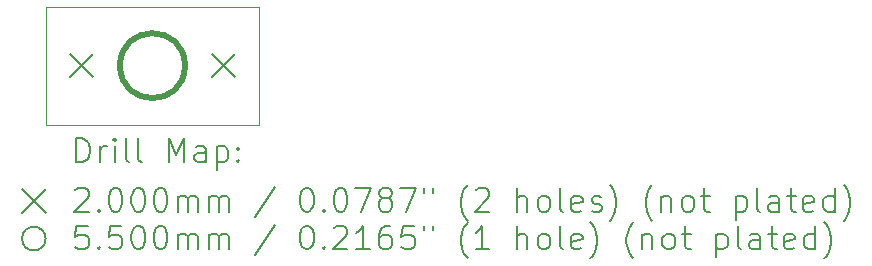
<source format=gbr>
%TF.GenerationSoftware,KiCad,Pcbnew,7.0.6-7.0.6~ubuntu22.04.1*%
%TF.CreationDate,2023-08-02T12:12:06+12:00*%
%TF.ProjectId,TWIST_SWTICH_SPACER_PLATE,54574953-545f-4535-9754-4943485f5350,v1.1*%
%TF.SameCoordinates,Original*%
%TF.FileFunction,Drillmap*%
%TF.FilePolarity,Positive*%
%FSLAX45Y45*%
G04 Gerber Fmt 4.5, Leading zero omitted, Abs format (unit mm)*
G04 Created by KiCad (PCBNEW 7.0.6-7.0.6~ubuntu22.04.1) date 2023-08-02 12:12:06*
%MOMM*%
%LPD*%
G01*
G04 APERTURE LIST*
%ADD10C,0.100000*%
%ADD11C,0.200000*%
%ADD12C,0.550000*%
G04 APERTURE END LIST*
D10*
X20900000Y-14500000D02*
X20900000Y-15500000D01*
X19100000Y-14500000D02*
X19100000Y-15500000D01*
X19100000Y-15500000D02*
X20900000Y-15500000D01*
X19100000Y-14500000D02*
X20900000Y-14500000D01*
D11*
X19300000Y-14900000D02*
X19500000Y-15100000D01*
X19500000Y-14900000D02*
X19300000Y-15100000D01*
X20500000Y-14900000D02*
X20700000Y-15100000D01*
X20700000Y-14900000D02*
X20500000Y-15100000D01*
D12*
X20275000Y-15000000D02*
G75*
G03*
X20275000Y-15000000I-275000J0D01*
G01*
D11*
X19355777Y-15816484D02*
X19355777Y-15616484D01*
X19355777Y-15616484D02*
X19403396Y-15616484D01*
X19403396Y-15616484D02*
X19431967Y-15626008D01*
X19431967Y-15626008D02*
X19451015Y-15645055D01*
X19451015Y-15645055D02*
X19460539Y-15664103D01*
X19460539Y-15664103D02*
X19470063Y-15702198D01*
X19470063Y-15702198D02*
X19470063Y-15730769D01*
X19470063Y-15730769D02*
X19460539Y-15768865D01*
X19460539Y-15768865D02*
X19451015Y-15787912D01*
X19451015Y-15787912D02*
X19431967Y-15806960D01*
X19431967Y-15806960D02*
X19403396Y-15816484D01*
X19403396Y-15816484D02*
X19355777Y-15816484D01*
X19555777Y-15816484D02*
X19555777Y-15683150D01*
X19555777Y-15721246D02*
X19565301Y-15702198D01*
X19565301Y-15702198D02*
X19574824Y-15692674D01*
X19574824Y-15692674D02*
X19593872Y-15683150D01*
X19593872Y-15683150D02*
X19612920Y-15683150D01*
X19679586Y-15816484D02*
X19679586Y-15683150D01*
X19679586Y-15616484D02*
X19670063Y-15626008D01*
X19670063Y-15626008D02*
X19679586Y-15635531D01*
X19679586Y-15635531D02*
X19689110Y-15626008D01*
X19689110Y-15626008D02*
X19679586Y-15616484D01*
X19679586Y-15616484D02*
X19679586Y-15635531D01*
X19803396Y-15816484D02*
X19784348Y-15806960D01*
X19784348Y-15806960D02*
X19774824Y-15787912D01*
X19774824Y-15787912D02*
X19774824Y-15616484D01*
X19908158Y-15816484D02*
X19889110Y-15806960D01*
X19889110Y-15806960D02*
X19879586Y-15787912D01*
X19879586Y-15787912D02*
X19879586Y-15616484D01*
X20136729Y-15816484D02*
X20136729Y-15616484D01*
X20136729Y-15616484D02*
X20203396Y-15759341D01*
X20203396Y-15759341D02*
X20270063Y-15616484D01*
X20270063Y-15616484D02*
X20270063Y-15816484D01*
X20451015Y-15816484D02*
X20451015Y-15711722D01*
X20451015Y-15711722D02*
X20441491Y-15692674D01*
X20441491Y-15692674D02*
X20422444Y-15683150D01*
X20422444Y-15683150D02*
X20384348Y-15683150D01*
X20384348Y-15683150D02*
X20365301Y-15692674D01*
X20451015Y-15806960D02*
X20431967Y-15816484D01*
X20431967Y-15816484D02*
X20384348Y-15816484D01*
X20384348Y-15816484D02*
X20365301Y-15806960D01*
X20365301Y-15806960D02*
X20355777Y-15787912D01*
X20355777Y-15787912D02*
X20355777Y-15768865D01*
X20355777Y-15768865D02*
X20365301Y-15749817D01*
X20365301Y-15749817D02*
X20384348Y-15740293D01*
X20384348Y-15740293D02*
X20431967Y-15740293D01*
X20431967Y-15740293D02*
X20451015Y-15730769D01*
X20546253Y-15683150D02*
X20546253Y-15883150D01*
X20546253Y-15692674D02*
X20565301Y-15683150D01*
X20565301Y-15683150D02*
X20603396Y-15683150D01*
X20603396Y-15683150D02*
X20622444Y-15692674D01*
X20622444Y-15692674D02*
X20631967Y-15702198D01*
X20631967Y-15702198D02*
X20641491Y-15721246D01*
X20641491Y-15721246D02*
X20641491Y-15778388D01*
X20641491Y-15778388D02*
X20631967Y-15797436D01*
X20631967Y-15797436D02*
X20622444Y-15806960D01*
X20622444Y-15806960D02*
X20603396Y-15816484D01*
X20603396Y-15816484D02*
X20565301Y-15816484D01*
X20565301Y-15816484D02*
X20546253Y-15806960D01*
X20727205Y-15797436D02*
X20736729Y-15806960D01*
X20736729Y-15806960D02*
X20727205Y-15816484D01*
X20727205Y-15816484D02*
X20717682Y-15806960D01*
X20717682Y-15806960D02*
X20727205Y-15797436D01*
X20727205Y-15797436D02*
X20727205Y-15816484D01*
X20727205Y-15692674D02*
X20736729Y-15702198D01*
X20736729Y-15702198D02*
X20727205Y-15711722D01*
X20727205Y-15711722D02*
X20717682Y-15702198D01*
X20717682Y-15702198D02*
X20727205Y-15692674D01*
X20727205Y-15692674D02*
X20727205Y-15711722D01*
X18895000Y-16045000D02*
X19095000Y-16245000D01*
X19095000Y-16045000D02*
X18895000Y-16245000D01*
X19346253Y-16055531D02*
X19355777Y-16046008D01*
X19355777Y-16046008D02*
X19374824Y-16036484D01*
X19374824Y-16036484D02*
X19422444Y-16036484D01*
X19422444Y-16036484D02*
X19441491Y-16046008D01*
X19441491Y-16046008D02*
X19451015Y-16055531D01*
X19451015Y-16055531D02*
X19460539Y-16074579D01*
X19460539Y-16074579D02*
X19460539Y-16093627D01*
X19460539Y-16093627D02*
X19451015Y-16122198D01*
X19451015Y-16122198D02*
X19336729Y-16236484D01*
X19336729Y-16236484D02*
X19460539Y-16236484D01*
X19546253Y-16217436D02*
X19555777Y-16226960D01*
X19555777Y-16226960D02*
X19546253Y-16236484D01*
X19546253Y-16236484D02*
X19536729Y-16226960D01*
X19536729Y-16226960D02*
X19546253Y-16217436D01*
X19546253Y-16217436D02*
X19546253Y-16236484D01*
X19679586Y-16036484D02*
X19698634Y-16036484D01*
X19698634Y-16036484D02*
X19717682Y-16046008D01*
X19717682Y-16046008D02*
X19727205Y-16055531D01*
X19727205Y-16055531D02*
X19736729Y-16074579D01*
X19736729Y-16074579D02*
X19746253Y-16112674D01*
X19746253Y-16112674D02*
X19746253Y-16160293D01*
X19746253Y-16160293D02*
X19736729Y-16198388D01*
X19736729Y-16198388D02*
X19727205Y-16217436D01*
X19727205Y-16217436D02*
X19717682Y-16226960D01*
X19717682Y-16226960D02*
X19698634Y-16236484D01*
X19698634Y-16236484D02*
X19679586Y-16236484D01*
X19679586Y-16236484D02*
X19660539Y-16226960D01*
X19660539Y-16226960D02*
X19651015Y-16217436D01*
X19651015Y-16217436D02*
X19641491Y-16198388D01*
X19641491Y-16198388D02*
X19631967Y-16160293D01*
X19631967Y-16160293D02*
X19631967Y-16112674D01*
X19631967Y-16112674D02*
X19641491Y-16074579D01*
X19641491Y-16074579D02*
X19651015Y-16055531D01*
X19651015Y-16055531D02*
X19660539Y-16046008D01*
X19660539Y-16046008D02*
X19679586Y-16036484D01*
X19870063Y-16036484D02*
X19889110Y-16036484D01*
X19889110Y-16036484D02*
X19908158Y-16046008D01*
X19908158Y-16046008D02*
X19917682Y-16055531D01*
X19917682Y-16055531D02*
X19927205Y-16074579D01*
X19927205Y-16074579D02*
X19936729Y-16112674D01*
X19936729Y-16112674D02*
X19936729Y-16160293D01*
X19936729Y-16160293D02*
X19927205Y-16198388D01*
X19927205Y-16198388D02*
X19917682Y-16217436D01*
X19917682Y-16217436D02*
X19908158Y-16226960D01*
X19908158Y-16226960D02*
X19889110Y-16236484D01*
X19889110Y-16236484D02*
X19870063Y-16236484D01*
X19870063Y-16236484D02*
X19851015Y-16226960D01*
X19851015Y-16226960D02*
X19841491Y-16217436D01*
X19841491Y-16217436D02*
X19831967Y-16198388D01*
X19831967Y-16198388D02*
X19822444Y-16160293D01*
X19822444Y-16160293D02*
X19822444Y-16112674D01*
X19822444Y-16112674D02*
X19831967Y-16074579D01*
X19831967Y-16074579D02*
X19841491Y-16055531D01*
X19841491Y-16055531D02*
X19851015Y-16046008D01*
X19851015Y-16046008D02*
X19870063Y-16036484D01*
X20060539Y-16036484D02*
X20079586Y-16036484D01*
X20079586Y-16036484D02*
X20098634Y-16046008D01*
X20098634Y-16046008D02*
X20108158Y-16055531D01*
X20108158Y-16055531D02*
X20117682Y-16074579D01*
X20117682Y-16074579D02*
X20127205Y-16112674D01*
X20127205Y-16112674D02*
X20127205Y-16160293D01*
X20127205Y-16160293D02*
X20117682Y-16198388D01*
X20117682Y-16198388D02*
X20108158Y-16217436D01*
X20108158Y-16217436D02*
X20098634Y-16226960D01*
X20098634Y-16226960D02*
X20079586Y-16236484D01*
X20079586Y-16236484D02*
X20060539Y-16236484D01*
X20060539Y-16236484D02*
X20041491Y-16226960D01*
X20041491Y-16226960D02*
X20031967Y-16217436D01*
X20031967Y-16217436D02*
X20022444Y-16198388D01*
X20022444Y-16198388D02*
X20012920Y-16160293D01*
X20012920Y-16160293D02*
X20012920Y-16112674D01*
X20012920Y-16112674D02*
X20022444Y-16074579D01*
X20022444Y-16074579D02*
X20031967Y-16055531D01*
X20031967Y-16055531D02*
X20041491Y-16046008D01*
X20041491Y-16046008D02*
X20060539Y-16036484D01*
X20212920Y-16236484D02*
X20212920Y-16103150D01*
X20212920Y-16122198D02*
X20222444Y-16112674D01*
X20222444Y-16112674D02*
X20241491Y-16103150D01*
X20241491Y-16103150D02*
X20270063Y-16103150D01*
X20270063Y-16103150D02*
X20289110Y-16112674D01*
X20289110Y-16112674D02*
X20298634Y-16131722D01*
X20298634Y-16131722D02*
X20298634Y-16236484D01*
X20298634Y-16131722D02*
X20308158Y-16112674D01*
X20308158Y-16112674D02*
X20327205Y-16103150D01*
X20327205Y-16103150D02*
X20355777Y-16103150D01*
X20355777Y-16103150D02*
X20374825Y-16112674D01*
X20374825Y-16112674D02*
X20384348Y-16131722D01*
X20384348Y-16131722D02*
X20384348Y-16236484D01*
X20479586Y-16236484D02*
X20479586Y-16103150D01*
X20479586Y-16122198D02*
X20489110Y-16112674D01*
X20489110Y-16112674D02*
X20508158Y-16103150D01*
X20508158Y-16103150D02*
X20536729Y-16103150D01*
X20536729Y-16103150D02*
X20555777Y-16112674D01*
X20555777Y-16112674D02*
X20565301Y-16131722D01*
X20565301Y-16131722D02*
X20565301Y-16236484D01*
X20565301Y-16131722D02*
X20574825Y-16112674D01*
X20574825Y-16112674D02*
X20593872Y-16103150D01*
X20593872Y-16103150D02*
X20622444Y-16103150D01*
X20622444Y-16103150D02*
X20641491Y-16112674D01*
X20641491Y-16112674D02*
X20651015Y-16131722D01*
X20651015Y-16131722D02*
X20651015Y-16236484D01*
X21041491Y-16026960D02*
X20870063Y-16284103D01*
X21298634Y-16036484D02*
X21317682Y-16036484D01*
X21317682Y-16036484D02*
X21336729Y-16046008D01*
X21336729Y-16046008D02*
X21346253Y-16055531D01*
X21346253Y-16055531D02*
X21355777Y-16074579D01*
X21355777Y-16074579D02*
X21365301Y-16112674D01*
X21365301Y-16112674D02*
X21365301Y-16160293D01*
X21365301Y-16160293D02*
X21355777Y-16198388D01*
X21355777Y-16198388D02*
X21346253Y-16217436D01*
X21346253Y-16217436D02*
X21336729Y-16226960D01*
X21336729Y-16226960D02*
X21317682Y-16236484D01*
X21317682Y-16236484D02*
X21298634Y-16236484D01*
X21298634Y-16236484D02*
X21279587Y-16226960D01*
X21279587Y-16226960D02*
X21270063Y-16217436D01*
X21270063Y-16217436D02*
X21260539Y-16198388D01*
X21260539Y-16198388D02*
X21251015Y-16160293D01*
X21251015Y-16160293D02*
X21251015Y-16112674D01*
X21251015Y-16112674D02*
X21260539Y-16074579D01*
X21260539Y-16074579D02*
X21270063Y-16055531D01*
X21270063Y-16055531D02*
X21279587Y-16046008D01*
X21279587Y-16046008D02*
X21298634Y-16036484D01*
X21451015Y-16217436D02*
X21460539Y-16226960D01*
X21460539Y-16226960D02*
X21451015Y-16236484D01*
X21451015Y-16236484D02*
X21441491Y-16226960D01*
X21441491Y-16226960D02*
X21451015Y-16217436D01*
X21451015Y-16217436D02*
X21451015Y-16236484D01*
X21584348Y-16036484D02*
X21603396Y-16036484D01*
X21603396Y-16036484D02*
X21622444Y-16046008D01*
X21622444Y-16046008D02*
X21631968Y-16055531D01*
X21631968Y-16055531D02*
X21641491Y-16074579D01*
X21641491Y-16074579D02*
X21651015Y-16112674D01*
X21651015Y-16112674D02*
X21651015Y-16160293D01*
X21651015Y-16160293D02*
X21641491Y-16198388D01*
X21641491Y-16198388D02*
X21631968Y-16217436D01*
X21631968Y-16217436D02*
X21622444Y-16226960D01*
X21622444Y-16226960D02*
X21603396Y-16236484D01*
X21603396Y-16236484D02*
X21584348Y-16236484D01*
X21584348Y-16236484D02*
X21565301Y-16226960D01*
X21565301Y-16226960D02*
X21555777Y-16217436D01*
X21555777Y-16217436D02*
X21546253Y-16198388D01*
X21546253Y-16198388D02*
X21536729Y-16160293D01*
X21536729Y-16160293D02*
X21536729Y-16112674D01*
X21536729Y-16112674D02*
X21546253Y-16074579D01*
X21546253Y-16074579D02*
X21555777Y-16055531D01*
X21555777Y-16055531D02*
X21565301Y-16046008D01*
X21565301Y-16046008D02*
X21584348Y-16036484D01*
X21717682Y-16036484D02*
X21851015Y-16036484D01*
X21851015Y-16036484D02*
X21765301Y-16236484D01*
X21955777Y-16122198D02*
X21936729Y-16112674D01*
X21936729Y-16112674D02*
X21927206Y-16103150D01*
X21927206Y-16103150D02*
X21917682Y-16084103D01*
X21917682Y-16084103D02*
X21917682Y-16074579D01*
X21917682Y-16074579D02*
X21927206Y-16055531D01*
X21927206Y-16055531D02*
X21936729Y-16046008D01*
X21936729Y-16046008D02*
X21955777Y-16036484D01*
X21955777Y-16036484D02*
X21993872Y-16036484D01*
X21993872Y-16036484D02*
X22012920Y-16046008D01*
X22012920Y-16046008D02*
X22022444Y-16055531D01*
X22022444Y-16055531D02*
X22031968Y-16074579D01*
X22031968Y-16074579D02*
X22031968Y-16084103D01*
X22031968Y-16084103D02*
X22022444Y-16103150D01*
X22022444Y-16103150D02*
X22012920Y-16112674D01*
X22012920Y-16112674D02*
X21993872Y-16122198D01*
X21993872Y-16122198D02*
X21955777Y-16122198D01*
X21955777Y-16122198D02*
X21936729Y-16131722D01*
X21936729Y-16131722D02*
X21927206Y-16141246D01*
X21927206Y-16141246D02*
X21917682Y-16160293D01*
X21917682Y-16160293D02*
X21917682Y-16198388D01*
X21917682Y-16198388D02*
X21927206Y-16217436D01*
X21927206Y-16217436D02*
X21936729Y-16226960D01*
X21936729Y-16226960D02*
X21955777Y-16236484D01*
X21955777Y-16236484D02*
X21993872Y-16236484D01*
X21993872Y-16236484D02*
X22012920Y-16226960D01*
X22012920Y-16226960D02*
X22022444Y-16217436D01*
X22022444Y-16217436D02*
X22031968Y-16198388D01*
X22031968Y-16198388D02*
X22031968Y-16160293D01*
X22031968Y-16160293D02*
X22022444Y-16141246D01*
X22022444Y-16141246D02*
X22012920Y-16131722D01*
X22012920Y-16131722D02*
X21993872Y-16122198D01*
X22098634Y-16036484D02*
X22231968Y-16036484D01*
X22231968Y-16036484D02*
X22146253Y-16236484D01*
X22298634Y-16036484D02*
X22298634Y-16074579D01*
X22374825Y-16036484D02*
X22374825Y-16074579D01*
X22670063Y-16312674D02*
X22660539Y-16303150D01*
X22660539Y-16303150D02*
X22641491Y-16274579D01*
X22641491Y-16274579D02*
X22631968Y-16255531D01*
X22631968Y-16255531D02*
X22622444Y-16226960D01*
X22622444Y-16226960D02*
X22612920Y-16179341D01*
X22612920Y-16179341D02*
X22612920Y-16141246D01*
X22612920Y-16141246D02*
X22622444Y-16093627D01*
X22622444Y-16093627D02*
X22631968Y-16065055D01*
X22631968Y-16065055D02*
X22641491Y-16046008D01*
X22641491Y-16046008D02*
X22660539Y-16017436D01*
X22660539Y-16017436D02*
X22670063Y-16007912D01*
X22736729Y-16055531D02*
X22746253Y-16046008D01*
X22746253Y-16046008D02*
X22765301Y-16036484D01*
X22765301Y-16036484D02*
X22812920Y-16036484D01*
X22812920Y-16036484D02*
X22831968Y-16046008D01*
X22831968Y-16046008D02*
X22841491Y-16055531D01*
X22841491Y-16055531D02*
X22851015Y-16074579D01*
X22851015Y-16074579D02*
X22851015Y-16093627D01*
X22851015Y-16093627D02*
X22841491Y-16122198D01*
X22841491Y-16122198D02*
X22727206Y-16236484D01*
X22727206Y-16236484D02*
X22851015Y-16236484D01*
X23089110Y-16236484D02*
X23089110Y-16036484D01*
X23174825Y-16236484D02*
X23174825Y-16131722D01*
X23174825Y-16131722D02*
X23165301Y-16112674D01*
X23165301Y-16112674D02*
X23146253Y-16103150D01*
X23146253Y-16103150D02*
X23117682Y-16103150D01*
X23117682Y-16103150D02*
X23098634Y-16112674D01*
X23098634Y-16112674D02*
X23089110Y-16122198D01*
X23298634Y-16236484D02*
X23279587Y-16226960D01*
X23279587Y-16226960D02*
X23270063Y-16217436D01*
X23270063Y-16217436D02*
X23260539Y-16198388D01*
X23260539Y-16198388D02*
X23260539Y-16141246D01*
X23260539Y-16141246D02*
X23270063Y-16122198D01*
X23270063Y-16122198D02*
X23279587Y-16112674D01*
X23279587Y-16112674D02*
X23298634Y-16103150D01*
X23298634Y-16103150D02*
X23327206Y-16103150D01*
X23327206Y-16103150D02*
X23346253Y-16112674D01*
X23346253Y-16112674D02*
X23355777Y-16122198D01*
X23355777Y-16122198D02*
X23365301Y-16141246D01*
X23365301Y-16141246D02*
X23365301Y-16198388D01*
X23365301Y-16198388D02*
X23355777Y-16217436D01*
X23355777Y-16217436D02*
X23346253Y-16226960D01*
X23346253Y-16226960D02*
X23327206Y-16236484D01*
X23327206Y-16236484D02*
X23298634Y-16236484D01*
X23479587Y-16236484D02*
X23460539Y-16226960D01*
X23460539Y-16226960D02*
X23451015Y-16207912D01*
X23451015Y-16207912D02*
X23451015Y-16036484D01*
X23631968Y-16226960D02*
X23612920Y-16236484D01*
X23612920Y-16236484D02*
X23574825Y-16236484D01*
X23574825Y-16236484D02*
X23555777Y-16226960D01*
X23555777Y-16226960D02*
X23546253Y-16207912D01*
X23546253Y-16207912D02*
X23546253Y-16131722D01*
X23546253Y-16131722D02*
X23555777Y-16112674D01*
X23555777Y-16112674D02*
X23574825Y-16103150D01*
X23574825Y-16103150D02*
X23612920Y-16103150D01*
X23612920Y-16103150D02*
X23631968Y-16112674D01*
X23631968Y-16112674D02*
X23641491Y-16131722D01*
X23641491Y-16131722D02*
X23641491Y-16150769D01*
X23641491Y-16150769D02*
X23546253Y-16169817D01*
X23717682Y-16226960D02*
X23736730Y-16236484D01*
X23736730Y-16236484D02*
X23774825Y-16236484D01*
X23774825Y-16236484D02*
X23793872Y-16226960D01*
X23793872Y-16226960D02*
X23803396Y-16207912D01*
X23803396Y-16207912D02*
X23803396Y-16198388D01*
X23803396Y-16198388D02*
X23793872Y-16179341D01*
X23793872Y-16179341D02*
X23774825Y-16169817D01*
X23774825Y-16169817D02*
X23746253Y-16169817D01*
X23746253Y-16169817D02*
X23727206Y-16160293D01*
X23727206Y-16160293D02*
X23717682Y-16141246D01*
X23717682Y-16141246D02*
X23717682Y-16131722D01*
X23717682Y-16131722D02*
X23727206Y-16112674D01*
X23727206Y-16112674D02*
X23746253Y-16103150D01*
X23746253Y-16103150D02*
X23774825Y-16103150D01*
X23774825Y-16103150D02*
X23793872Y-16112674D01*
X23870063Y-16312674D02*
X23879587Y-16303150D01*
X23879587Y-16303150D02*
X23898634Y-16274579D01*
X23898634Y-16274579D02*
X23908158Y-16255531D01*
X23908158Y-16255531D02*
X23917682Y-16226960D01*
X23917682Y-16226960D02*
X23927206Y-16179341D01*
X23927206Y-16179341D02*
X23927206Y-16141246D01*
X23927206Y-16141246D02*
X23917682Y-16093627D01*
X23917682Y-16093627D02*
X23908158Y-16065055D01*
X23908158Y-16065055D02*
X23898634Y-16046008D01*
X23898634Y-16046008D02*
X23879587Y-16017436D01*
X23879587Y-16017436D02*
X23870063Y-16007912D01*
X24231968Y-16312674D02*
X24222444Y-16303150D01*
X24222444Y-16303150D02*
X24203396Y-16274579D01*
X24203396Y-16274579D02*
X24193872Y-16255531D01*
X24193872Y-16255531D02*
X24184349Y-16226960D01*
X24184349Y-16226960D02*
X24174825Y-16179341D01*
X24174825Y-16179341D02*
X24174825Y-16141246D01*
X24174825Y-16141246D02*
X24184349Y-16093627D01*
X24184349Y-16093627D02*
X24193872Y-16065055D01*
X24193872Y-16065055D02*
X24203396Y-16046008D01*
X24203396Y-16046008D02*
X24222444Y-16017436D01*
X24222444Y-16017436D02*
X24231968Y-16007912D01*
X24308158Y-16103150D02*
X24308158Y-16236484D01*
X24308158Y-16122198D02*
X24317682Y-16112674D01*
X24317682Y-16112674D02*
X24336730Y-16103150D01*
X24336730Y-16103150D02*
X24365301Y-16103150D01*
X24365301Y-16103150D02*
X24384349Y-16112674D01*
X24384349Y-16112674D02*
X24393872Y-16131722D01*
X24393872Y-16131722D02*
X24393872Y-16236484D01*
X24517682Y-16236484D02*
X24498634Y-16226960D01*
X24498634Y-16226960D02*
X24489111Y-16217436D01*
X24489111Y-16217436D02*
X24479587Y-16198388D01*
X24479587Y-16198388D02*
X24479587Y-16141246D01*
X24479587Y-16141246D02*
X24489111Y-16122198D01*
X24489111Y-16122198D02*
X24498634Y-16112674D01*
X24498634Y-16112674D02*
X24517682Y-16103150D01*
X24517682Y-16103150D02*
X24546253Y-16103150D01*
X24546253Y-16103150D02*
X24565301Y-16112674D01*
X24565301Y-16112674D02*
X24574825Y-16122198D01*
X24574825Y-16122198D02*
X24584349Y-16141246D01*
X24584349Y-16141246D02*
X24584349Y-16198388D01*
X24584349Y-16198388D02*
X24574825Y-16217436D01*
X24574825Y-16217436D02*
X24565301Y-16226960D01*
X24565301Y-16226960D02*
X24546253Y-16236484D01*
X24546253Y-16236484D02*
X24517682Y-16236484D01*
X24641492Y-16103150D02*
X24717682Y-16103150D01*
X24670063Y-16036484D02*
X24670063Y-16207912D01*
X24670063Y-16207912D02*
X24679587Y-16226960D01*
X24679587Y-16226960D02*
X24698634Y-16236484D01*
X24698634Y-16236484D02*
X24717682Y-16236484D01*
X24936730Y-16103150D02*
X24936730Y-16303150D01*
X24936730Y-16112674D02*
X24955777Y-16103150D01*
X24955777Y-16103150D02*
X24993873Y-16103150D01*
X24993873Y-16103150D02*
X25012920Y-16112674D01*
X25012920Y-16112674D02*
X25022444Y-16122198D01*
X25022444Y-16122198D02*
X25031968Y-16141246D01*
X25031968Y-16141246D02*
X25031968Y-16198388D01*
X25031968Y-16198388D02*
X25022444Y-16217436D01*
X25022444Y-16217436D02*
X25012920Y-16226960D01*
X25012920Y-16226960D02*
X24993873Y-16236484D01*
X24993873Y-16236484D02*
X24955777Y-16236484D01*
X24955777Y-16236484D02*
X24936730Y-16226960D01*
X25146253Y-16236484D02*
X25127206Y-16226960D01*
X25127206Y-16226960D02*
X25117682Y-16207912D01*
X25117682Y-16207912D02*
X25117682Y-16036484D01*
X25308158Y-16236484D02*
X25308158Y-16131722D01*
X25308158Y-16131722D02*
X25298634Y-16112674D01*
X25298634Y-16112674D02*
X25279587Y-16103150D01*
X25279587Y-16103150D02*
X25241492Y-16103150D01*
X25241492Y-16103150D02*
X25222444Y-16112674D01*
X25308158Y-16226960D02*
X25289111Y-16236484D01*
X25289111Y-16236484D02*
X25241492Y-16236484D01*
X25241492Y-16236484D02*
X25222444Y-16226960D01*
X25222444Y-16226960D02*
X25212920Y-16207912D01*
X25212920Y-16207912D02*
X25212920Y-16188865D01*
X25212920Y-16188865D02*
X25222444Y-16169817D01*
X25222444Y-16169817D02*
X25241492Y-16160293D01*
X25241492Y-16160293D02*
X25289111Y-16160293D01*
X25289111Y-16160293D02*
X25308158Y-16150769D01*
X25374825Y-16103150D02*
X25451015Y-16103150D01*
X25403396Y-16036484D02*
X25403396Y-16207912D01*
X25403396Y-16207912D02*
X25412920Y-16226960D01*
X25412920Y-16226960D02*
X25431968Y-16236484D01*
X25431968Y-16236484D02*
X25451015Y-16236484D01*
X25593873Y-16226960D02*
X25574825Y-16236484D01*
X25574825Y-16236484D02*
X25536730Y-16236484D01*
X25536730Y-16236484D02*
X25517682Y-16226960D01*
X25517682Y-16226960D02*
X25508158Y-16207912D01*
X25508158Y-16207912D02*
X25508158Y-16131722D01*
X25508158Y-16131722D02*
X25517682Y-16112674D01*
X25517682Y-16112674D02*
X25536730Y-16103150D01*
X25536730Y-16103150D02*
X25574825Y-16103150D01*
X25574825Y-16103150D02*
X25593873Y-16112674D01*
X25593873Y-16112674D02*
X25603396Y-16131722D01*
X25603396Y-16131722D02*
X25603396Y-16150769D01*
X25603396Y-16150769D02*
X25508158Y-16169817D01*
X25774825Y-16236484D02*
X25774825Y-16036484D01*
X25774825Y-16226960D02*
X25755777Y-16236484D01*
X25755777Y-16236484D02*
X25717682Y-16236484D01*
X25717682Y-16236484D02*
X25698634Y-16226960D01*
X25698634Y-16226960D02*
X25689111Y-16217436D01*
X25689111Y-16217436D02*
X25679587Y-16198388D01*
X25679587Y-16198388D02*
X25679587Y-16141246D01*
X25679587Y-16141246D02*
X25689111Y-16122198D01*
X25689111Y-16122198D02*
X25698634Y-16112674D01*
X25698634Y-16112674D02*
X25717682Y-16103150D01*
X25717682Y-16103150D02*
X25755777Y-16103150D01*
X25755777Y-16103150D02*
X25774825Y-16112674D01*
X25851015Y-16312674D02*
X25860539Y-16303150D01*
X25860539Y-16303150D02*
X25879587Y-16274579D01*
X25879587Y-16274579D02*
X25889111Y-16255531D01*
X25889111Y-16255531D02*
X25898634Y-16226960D01*
X25898634Y-16226960D02*
X25908158Y-16179341D01*
X25908158Y-16179341D02*
X25908158Y-16141246D01*
X25908158Y-16141246D02*
X25898634Y-16093627D01*
X25898634Y-16093627D02*
X25889111Y-16065055D01*
X25889111Y-16065055D02*
X25879587Y-16046008D01*
X25879587Y-16046008D02*
X25860539Y-16017436D01*
X25860539Y-16017436D02*
X25851015Y-16007912D01*
X19095000Y-16465000D02*
G75*
G03*
X19095000Y-16465000I-100000J0D01*
G01*
X19451015Y-16356484D02*
X19355777Y-16356484D01*
X19355777Y-16356484D02*
X19346253Y-16451722D01*
X19346253Y-16451722D02*
X19355777Y-16442198D01*
X19355777Y-16442198D02*
X19374824Y-16432674D01*
X19374824Y-16432674D02*
X19422444Y-16432674D01*
X19422444Y-16432674D02*
X19441491Y-16442198D01*
X19441491Y-16442198D02*
X19451015Y-16451722D01*
X19451015Y-16451722D02*
X19460539Y-16470769D01*
X19460539Y-16470769D02*
X19460539Y-16518388D01*
X19460539Y-16518388D02*
X19451015Y-16537436D01*
X19451015Y-16537436D02*
X19441491Y-16546960D01*
X19441491Y-16546960D02*
X19422444Y-16556484D01*
X19422444Y-16556484D02*
X19374824Y-16556484D01*
X19374824Y-16556484D02*
X19355777Y-16546960D01*
X19355777Y-16546960D02*
X19346253Y-16537436D01*
X19546253Y-16537436D02*
X19555777Y-16546960D01*
X19555777Y-16546960D02*
X19546253Y-16556484D01*
X19546253Y-16556484D02*
X19536729Y-16546960D01*
X19536729Y-16546960D02*
X19546253Y-16537436D01*
X19546253Y-16537436D02*
X19546253Y-16556484D01*
X19736729Y-16356484D02*
X19641491Y-16356484D01*
X19641491Y-16356484D02*
X19631967Y-16451722D01*
X19631967Y-16451722D02*
X19641491Y-16442198D01*
X19641491Y-16442198D02*
X19660539Y-16432674D01*
X19660539Y-16432674D02*
X19708158Y-16432674D01*
X19708158Y-16432674D02*
X19727205Y-16442198D01*
X19727205Y-16442198D02*
X19736729Y-16451722D01*
X19736729Y-16451722D02*
X19746253Y-16470769D01*
X19746253Y-16470769D02*
X19746253Y-16518388D01*
X19746253Y-16518388D02*
X19736729Y-16537436D01*
X19736729Y-16537436D02*
X19727205Y-16546960D01*
X19727205Y-16546960D02*
X19708158Y-16556484D01*
X19708158Y-16556484D02*
X19660539Y-16556484D01*
X19660539Y-16556484D02*
X19641491Y-16546960D01*
X19641491Y-16546960D02*
X19631967Y-16537436D01*
X19870063Y-16356484D02*
X19889110Y-16356484D01*
X19889110Y-16356484D02*
X19908158Y-16366008D01*
X19908158Y-16366008D02*
X19917682Y-16375531D01*
X19917682Y-16375531D02*
X19927205Y-16394579D01*
X19927205Y-16394579D02*
X19936729Y-16432674D01*
X19936729Y-16432674D02*
X19936729Y-16480293D01*
X19936729Y-16480293D02*
X19927205Y-16518388D01*
X19927205Y-16518388D02*
X19917682Y-16537436D01*
X19917682Y-16537436D02*
X19908158Y-16546960D01*
X19908158Y-16546960D02*
X19889110Y-16556484D01*
X19889110Y-16556484D02*
X19870063Y-16556484D01*
X19870063Y-16556484D02*
X19851015Y-16546960D01*
X19851015Y-16546960D02*
X19841491Y-16537436D01*
X19841491Y-16537436D02*
X19831967Y-16518388D01*
X19831967Y-16518388D02*
X19822444Y-16480293D01*
X19822444Y-16480293D02*
X19822444Y-16432674D01*
X19822444Y-16432674D02*
X19831967Y-16394579D01*
X19831967Y-16394579D02*
X19841491Y-16375531D01*
X19841491Y-16375531D02*
X19851015Y-16366008D01*
X19851015Y-16366008D02*
X19870063Y-16356484D01*
X20060539Y-16356484D02*
X20079586Y-16356484D01*
X20079586Y-16356484D02*
X20098634Y-16366008D01*
X20098634Y-16366008D02*
X20108158Y-16375531D01*
X20108158Y-16375531D02*
X20117682Y-16394579D01*
X20117682Y-16394579D02*
X20127205Y-16432674D01*
X20127205Y-16432674D02*
X20127205Y-16480293D01*
X20127205Y-16480293D02*
X20117682Y-16518388D01*
X20117682Y-16518388D02*
X20108158Y-16537436D01*
X20108158Y-16537436D02*
X20098634Y-16546960D01*
X20098634Y-16546960D02*
X20079586Y-16556484D01*
X20079586Y-16556484D02*
X20060539Y-16556484D01*
X20060539Y-16556484D02*
X20041491Y-16546960D01*
X20041491Y-16546960D02*
X20031967Y-16537436D01*
X20031967Y-16537436D02*
X20022444Y-16518388D01*
X20022444Y-16518388D02*
X20012920Y-16480293D01*
X20012920Y-16480293D02*
X20012920Y-16432674D01*
X20012920Y-16432674D02*
X20022444Y-16394579D01*
X20022444Y-16394579D02*
X20031967Y-16375531D01*
X20031967Y-16375531D02*
X20041491Y-16366008D01*
X20041491Y-16366008D02*
X20060539Y-16356484D01*
X20212920Y-16556484D02*
X20212920Y-16423150D01*
X20212920Y-16442198D02*
X20222444Y-16432674D01*
X20222444Y-16432674D02*
X20241491Y-16423150D01*
X20241491Y-16423150D02*
X20270063Y-16423150D01*
X20270063Y-16423150D02*
X20289110Y-16432674D01*
X20289110Y-16432674D02*
X20298634Y-16451722D01*
X20298634Y-16451722D02*
X20298634Y-16556484D01*
X20298634Y-16451722D02*
X20308158Y-16432674D01*
X20308158Y-16432674D02*
X20327205Y-16423150D01*
X20327205Y-16423150D02*
X20355777Y-16423150D01*
X20355777Y-16423150D02*
X20374825Y-16432674D01*
X20374825Y-16432674D02*
X20384348Y-16451722D01*
X20384348Y-16451722D02*
X20384348Y-16556484D01*
X20479586Y-16556484D02*
X20479586Y-16423150D01*
X20479586Y-16442198D02*
X20489110Y-16432674D01*
X20489110Y-16432674D02*
X20508158Y-16423150D01*
X20508158Y-16423150D02*
X20536729Y-16423150D01*
X20536729Y-16423150D02*
X20555777Y-16432674D01*
X20555777Y-16432674D02*
X20565301Y-16451722D01*
X20565301Y-16451722D02*
X20565301Y-16556484D01*
X20565301Y-16451722D02*
X20574825Y-16432674D01*
X20574825Y-16432674D02*
X20593872Y-16423150D01*
X20593872Y-16423150D02*
X20622444Y-16423150D01*
X20622444Y-16423150D02*
X20641491Y-16432674D01*
X20641491Y-16432674D02*
X20651015Y-16451722D01*
X20651015Y-16451722D02*
X20651015Y-16556484D01*
X21041491Y-16346960D02*
X20870063Y-16604103D01*
X21298634Y-16356484D02*
X21317682Y-16356484D01*
X21317682Y-16356484D02*
X21336729Y-16366008D01*
X21336729Y-16366008D02*
X21346253Y-16375531D01*
X21346253Y-16375531D02*
X21355777Y-16394579D01*
X21355777Y-16394579D02*
X21365301Y-16432674D01*
X21365301Y-16432674D02*
X21365301Y-16480293D01*
X21365301Y-16480293D02*
X21355777Y-16518388D01*
X21355777Y-16518388D02*
X21346253Y-16537436D01*
X21346253Y-16537436D02*
X21336729Y-16546960D01*
X21336729Y-16546960D02*
X21317682Y-16556484D01*
X21317682Y-16556484D02*
X21298634Y-16556484D01*
X21298634Y-16556484D02*
X21279587Y-16546960D01*
X21279587Y-16546960D02*
X21270063Y-16537436D01*
X21270063Y-16537436D02*
X21260539Y-16518388D01*
X21260539Y-16518388D02*
X21251015Y-16480293D01*
X21251015Y-16480293D02*
X21251015Y-16432674D01*
X21251015Y-16432674D02*
X21260539Y-16394579D01*
X21260539Y-16394579D02*
X21270063Y-16375531D01*
X21270063Y-16375531D02*
X21279587Y-16366008D01*
X21279587Y-16366008D02*
X21298634Y-16356484D01*
X21451015Y-16537436D02*
X21460539Y-16546960D01*
X21460539Y-16546960D02*
X21451015Y-16556484D01*
X21451015Y-16556484D02*
X21441491Y-16546960D01*
X21441491Y-16546960D02*
X21451015Y-16537436D01*
X21451015Y-16537436D02*
X21451015Y-16556484D01*
X21536729Y-16375531D02*
X21546253Y-16366008D01*
X21546253Y-16366008D02*
X21565301Y-16356484D01*
X21565301Y-16356484D02*
X21612920Y-16356484D01*
X21612920Y-16356484D02*
X21631968Y-16366008D01*
X21631968Y-16366008D02*
X21641491Y-16375531D01*
X21641491Y-16375531D02*
X21651015Y-16394579D01*
X21651015Y-16394579D02*
X21651015Y-16413627D01*
X21651015Y-16413627D02*
X21641491Y-16442198D01*
X21641491Y-16442198D02*
X21527206Y-16556484D01*
X21527206Y-16556484D02*
X21651015Y-16556484D01*
X21841491Y-16556484D02*
X21727206Y-16556484D01*
X21784348Y-16556484D02*
X21784348Y-16356484D01*
X21784348Y-16356484D02*
X21765301Y-16385055D01*
X21765301Y-16385055D02*
X21746253Y-16404103D01*
X21746253Y-16404103D02*
X21727206Y-16413627D01*
X22012920Y-16356484D02*
X21974825Y-16356484D01*
X21974825Y-16356484D02*
X21955777Y-16366008D01*
X21955777Y-16366008D02*
X21946253Y-16375531D01*
X21946253Y-16375531D02*
X21927206Y-16404103D01*
X21927206Y-16404103D02*
X21917682Y-16442198D01*
X21917682Y-16442198D02*
X21917682Y-16518388D01*
X21917682Y-16518388D02*
X21927206Y-16537436D01*
X21927206Y-16537436D02*
X21936729Y-16546960D01*
X21936729Y-16546960D02*
X21955777Y-16556484D01*
X21955777Y-16556484D02*
X21993872Y-16556484D01*
X21993872Y-16556484D02*
X22012920Y-16546960D01*
X22012920Y-16546960D02*
X22022444Y-16537436D01*
X22022444Y-16537436D02*
X22031968Y-16518388D01*
X22031968Y-16518388D02*
X22031968Y-16470769D01*
X22031968Y-16470769D02*
X22022444Y-16451722D01*
X22022444Y-16451722D02*
X22012920Y-16442198D01*
X22012920Y-16442198D02*
X21993872Y-16432674D01*
X21993872Y-16432674D02*
X21955777Y-16432674D01*
X21955777Y-16432674D02*
X21936729Y-16442198D01*
X21936729Y-16442198D02*
X21927206Y-16451722D01*
X21927206Y-16451722D02*
X21917682Y-16470769D01*
X22212920Y-16356484D02*
X22117682Y-16356484D01*
X22117682Y-16356484D02*
X22108158Y-16451722D01*
X22108158Y-16451722D02*
X22117682Y-16442198D01*
X22117682Y-16442198D02*
X22136729Y-16432674D01*
X22136729Y-16432674D02*
X22184349Y-16432674D01*
X22184349Y-16432674D02*
X22203396Y-16442198D01*
X22203396Y-16442198D02*
X22212920Y-16451722D01*
X22212920Y-16451722D02*
X22222444Y-16470769D01*
X22222444Y-16470769D02*
X22222444Y-16518388D01*
X22222444Y-16518388D02*
X22212920Y-16537436D01*
X22212920Y-16537436D02*
X22203396Y-16546960D01*
X22203396Y-16546960D02*
X22184349Y-16556484D01*
X22184349Y-16556484D02*
X22136729Y-16556484D01*
X22136729Y-16556484D02*
X22117682Y-16546960D01*
X22117682Y-16546960D02*
X22108158Y-16537436D01*
X22298634Y-16356484D02*
X22298634Y-16394579D01*
X22374825Y-16356484D02*
X22374825Y-16394579D01*
X22670063Y-16632674D02*
X22660539Y-16623150D01*
X22660539Y-16623150D02*
X22641491Y-16594579D01*
X22641491Y-16594579D02*
X22631968Y-16575531D01*
X22631968Y-16575531D02*
X22622444Y-16546960D01*
X22622444Y-16546960D02*
X22612920Y-16499341D01*
X22612920Y-16499341D02*
X22612920Y-16461246D01*
X22612920Y-16461246D02*
X22622444Y-16413627D01*
X22622444Y-16413627D02*
X22631968Y-16385055D01*
X22631968Y-16385055D02*
X22641491Y-16366008D01*
X22641491Y-16366008D02*
X22660539Y-16337436D01*
X22660539Y-16337436D02*
X22670063Y-16327912D01*
X22851015Y-16556484D02*
X22736729Y-16556484D01*
X22793872Y-16556484D02*
X22793872Y-16356484D01*
X22793872Y-16356484D02*
X22774825Y-16385055D01*
X22774825Y-16385055D02*
X22755777Y-16404103D01*
X22755777Y-16404103D02*
X22736729Y-16413627D01*
X23089110Y-16556484D02*
X23089110Y-16356484D01*
X23174825Y-16556484D02*
X23174825Y-16451722D01*
X23174825Y-16451722D02*
X23165301Y-16432674D01*
X23165301Y-16432674D02*
X23146253Y-16423150D01*
X23146253Y-16423150D02*
X23117682Y-16423150D01*
X23117682Y-16423150D02*
X23098634Y-16432674D01*
X23098634Y-16432674D02*
X23089110Y-16442198D01*
X23298634Y-16556484D02*
X23279587Y-16546960D01*
X23279587Y-16546960D02*
X23270063Y-16537436D01*
X23270063Y-16537436D02*
X23260539Y-16518388D01*
X23260539Y-16518388D02*
X23260539Y-16461246D01*
X23260539Y-16461246D02*
X23270063Y-16442198D01*
X23270063Y-16442198D02*
X23279587Y-16432674D01*
X23279587Y-16432674D02*
X23298634Y-16423150D01*
X23298634Y-16423150D02*
X23327206Y-16423150D01*
X23327206Y-16423150D02*
X23346253Y-16432674D01*
X23346253Y-16432674D02*
X23355777Y-16442198D01*
X23355777Y-16442198D02*
X23365301Y-16461246D01*
X23365301Y-16461246D02*
X23365301Y-16518388D01*
X23365301Y-16518388D02*
X23355777Y-16537436D01*
X23355777Y-16537436D02*
X23346253Y-16546960D01*
X23346253Y-16546960D02*
X23327206Y-16556484D01*
X23327206Y-16556484D02*
X23298634Y-16556484D01*
X23479587Y-16556484D02*
X23460539Y-16546960D01*
X23460539Y-16546960D02*
X23451015Y-16527912D01*
X23451015Y-16527912D02*
X23451015Y-16356484D01*
X23631968Y-16546960D02*
X23612920Y-16556484D01*
X23612920Y-16556484D02*
X23574825Y-16556484D01*
X23574825Y-16556484D02*
X23555777Y-16546960D01*
X23555777Y-16546960D02*
X23546253Y-16527912D01*
X23546253Y-16527912D02*
X23546253Y-16451722D01*
X23546253Y-16451722D02*
X23555777Y-16432674D01*
X23555777Y-16432674D02*
X23574825Y-16423150D01*
X23574825Y-16423150D02*
X23612920Y-16423150D01*
X23612920Y-16423150D02*
X23631968Y-16432674D01*
X23631968Y-16432674D02*
X23641491Y-16451722D01*
X23641491Y-16451722D02*
X23641491Y-16470769D01*
X23641491Y-16470769D02*
X23546253Y-16489817D01*
X23708158Y-16632674D02*
X23717682Y-16623150D01*
X23717682Y-16623150D02*
X23736730Y-16594579D01*
X23736730Y-16594579D02*
X23746253Y-16575531D01*
X23746253Y-16575531D02*
X23755777Y-16546960D01*
X23755777Y-16546960D02*
X23765301Y-16499341D01*
X23765301Y-16499341D02*
X23765301Y-16461246D01*
X23765301Y-16461246D02*
X23755777Y-16413627D01*
X23755777Y-16413627D02*
X23746253Y-16385055D01*
X23746253Y-16385055D02*
X23736730Y-16366008D01*
X23736730Y-16366008D02*
X23717682Y-16337436D01*
X23717682Y-16337436D02*
X23708158Y-16327912D01*
X24070063Y-16632674D02*
X24060539Y-16623150D01*
X24060539Y-16623150D02*
X24041491Y-16594579D01*
X24041491Y-16594579D02*
X24031968Y-16575531D01*
X24031968Y-16575531D02*
X24022444Y-16546960D01*
X24022444Y-16546960D02*
X24012920Y-16499341D01*
X24012920Y-16499341D02*
X24012920Y-16461246D01*
X24012920Y-16461246D02*
X24022444Y-16413627D01*
X24022444Y-16413627D02*
X24031968Y-16385055D01*
X24031968Y-16385055D02*
X24041491Y-16366008D01*
X24041491Y-16366008D02*
X24060539Y-16337436D01*
X24060539Y-16337436D02*
X24070063Y-16327912D01*
X24146253Y-16423150D02*
X24146253Y-16556484D01*
X24146253Y-16442198D02*
X24155777Y-16432674D01*
X24155777Y-16432674D02*
X24174825Y-16423150D01*
X24174825Y-16423150D02*
X24203396Y-16423150D01*
X24203396Y-16423150D02*
X24222444Y-16432674D01*
X24222444Y-16432674D02*
X24231968Y-16451722D01*
X24231968Y-16451722D02*
X24231968Y-16556484D01*
X24355777Y-16556484D02*
X24336730Y-16546960D01*
X24336730Y-16546960D02*
X24327206Y-16537436D01*
X24327206Y-16537436D02*
X24317682Y-16518388D01*
X24317682Y-16518388D02*
X24317682Y-16461246D01*
X24317682Y-16461246D02*
X24327206Y-16442198D01*
X24327206Y-16442198D02*
X24336730Y-16432674D01*
X24336730Y-16432674D02*
X24355777Y-16423150D01*
X24355777Y-16423150D02*
X24384349Y-16423150D01*
X24384349Y-16423150D02*
X24403396Y-16432674D01*
X24403396Y-16432674D02*
X24412920Y-16442198D01*
X24412920Y-16442198D02*
X24422444Y-16461246D01*
X24422444Y-16461246D02*
X24422444Y-16518388D01*
X24422444Y-16518388D02*
X24412920Y-16537436D01*
X24412920Y-16537436D02*
X24403396Y-16546960D01*
X24403396Y-16546960D02*
X24384349Y-16556484D01*
X24384349Y-16556484D02*
X24355777Y-16556484D01*
X24479587Y-16423150D02*
X24555777Y-16423150D01*
X24508158Y-16356484D02*
X24508158Y-16527912D01*
X24508158Y-16527912D02*
X24517682Y-16546960D01*
X24517682Y-16546960D02*
X24536730Y-16556484D01*
X24536730Y-16556484D02*
X24555777Y-16556484D01*
X24774825Y-16423150D02*
X24774825Y-16623150D01*
X24774825Y-16432674D02*
X24793872Y-16423150D01*
X24793872Y-16423150D02*
X24831968Y-16423150D01*
X24831968Y-16423150D02*
X24851015Y-16432674D01*
X24851015Y-16432674D02*
X24860539Y-16442198D01*
X24860539Y-16442198D02*
X24870063Y-16461246D01*
X24870063Y-16461246D02*
X24870063Y-16518388D01*
X24870063Y-16518388D02*
X24860539Y-16537436D01*
X24860539Y-16537436D02*
X24851015Y-16546960D01*
X24851015Y-16546960D02*
X24831968Y-16556484D01*
X24831968Y-16556484D02*
X24793872Y-16556484D01*
X24793872Y-16556484D02*
X24774825Y-16546960D01*
X24984349Y-16556484D02*
X24965301Y-16546960D01*
X24965301Y-16546960D02*
X24955777Y-16527912D01*
X24955777Y-16527912D02*
X24955777Y-16356484D01*
X25146253Y-16556484D02*
X25146253Y-16451722D01*
X25146253Y-16451722D02*
X25136730Y-16432674D01*
X25136730Y-16432674D02*
X25117682Y-16423150D01*
X25117682Y-16423150D02*
X25079587Y-16423150D01*
X25079587Y-16423150D02*
X25060539Y-16432674D01*
X25146253Y-16546960D02*
X25127206Y-16556484D01*
X25127206Y-16556484D02*
X25079587Y-16556484D01*
X25079587Y-16556484D02*
X25060539Y-16546960D01*
X25060539Y-16546960D02*
X25051015Y-16527912D01*
X25051015Y-16527912D02*
X25051015Y-16508865D01*
X25051015Y-16508865D02*
X25060539Y-16489817D01*
X25060539Y-16489817D02*
X25079587Y-16480293D01*
X25079587Y-16480293D02*
X25127206Y-16480293D01*
X25127206Y-16480293D02*
X25146253Y-16470769D01*
X25212920Y-16423150D02*
X25289111Y-16423150D01*
X25241492Y-16356484D02*
X25241492Y-16527912D01*
X25241492Y-16527912D02*
X25251015Y-16546960D01*
X25251015Y-16546960D02*
X25270063Y-16556484D01*
X25270063Y-16556484D02*
X25289111Y-16556484D01*
X25431968Y-16546960D02*
X25412920Y-16556484D01*
X25412920Y-16556484D02*
X25374825Y-16556484D01*
X25374825Y-16556484D02*
X25355777Y-16546960D01*
X25355777Y-16546960D02*
X25346253Y-16527912D01*
X25346253Y-16527912D02*
X25346253Y-16451722D01*
X25346253Y-16451722D02*
X25355777Y-16432674D01*
X25355777Y-16432674D02*
X25374825Y-16423150D01*
X25374825Y-16423150D02*
X25412920Y-16423150D01*
X25412920Y-16423150D02*
X25431968Y-16432674D01*
X25431968Y-16432674D02*
X25441492Y-16451722D01*
X25441492Y-16451722D02*
X25441492Y-16470769D01*
X25441492Y-16470769D02*
X25346253Y-16489817D01*
X25612920Y-16556484D02*
X25612920Y-16356484D01*
X25612920Y-16546960D02*
X25593873Y-16556484D01*
X25593873Y-16556484D02*
X25555777Y-16556484D01*
X25555777Y-16556484D02*
X25536730Y-16546960D01*
X25536730Y-16546960D02*
X25527206Y-16537436D01*
X25527206Y-16537436D02*
X25517682Y-16518388D01*
X25517682Y-16518388D02*
X25517682Y-16461246D01*
X25517682Y-16461246D02*
X25527206Y-16442198D01*
X25527206Y-16442198D02*
X25536730Y-16432674D01*
X25536730Y-16432674D02*
X25555777Y-16423150D01*
X25555777Y-16423150D02*
X25593873Y-16423150D01*
X25593873Y-16423150D02*
X25612920Y-16432674D01*
X25689111Y-16632674D02*
X25698634Y-16623150D01*
X25698634Y-16623150D02*
X25717682Y-16594579D01*
X25717682Y-16594579D02*
X25727206Y-16575531D01*
X25727206Y-16575531D02*
X25736730Y-16546960D01*
X25736730Y-16546960D02*
X25746253Y-16499341D01*
X25746253Y-16499341D02*
X25746253Y-16461246D01*
X25746253Y-16461246D02*
X25736730Y-16413627D01*
X25736730Y-16413627D02*
X25727206Y-16385055D01*
X25727206Y-16385055D02*
X25717682Y-16366008D01*
X25717682Y-16366008D02*
X25698634Y-16337436D01*
X25698634Y-16337436D02*
X25689111Y-16327912D01*
M02*

</source>
